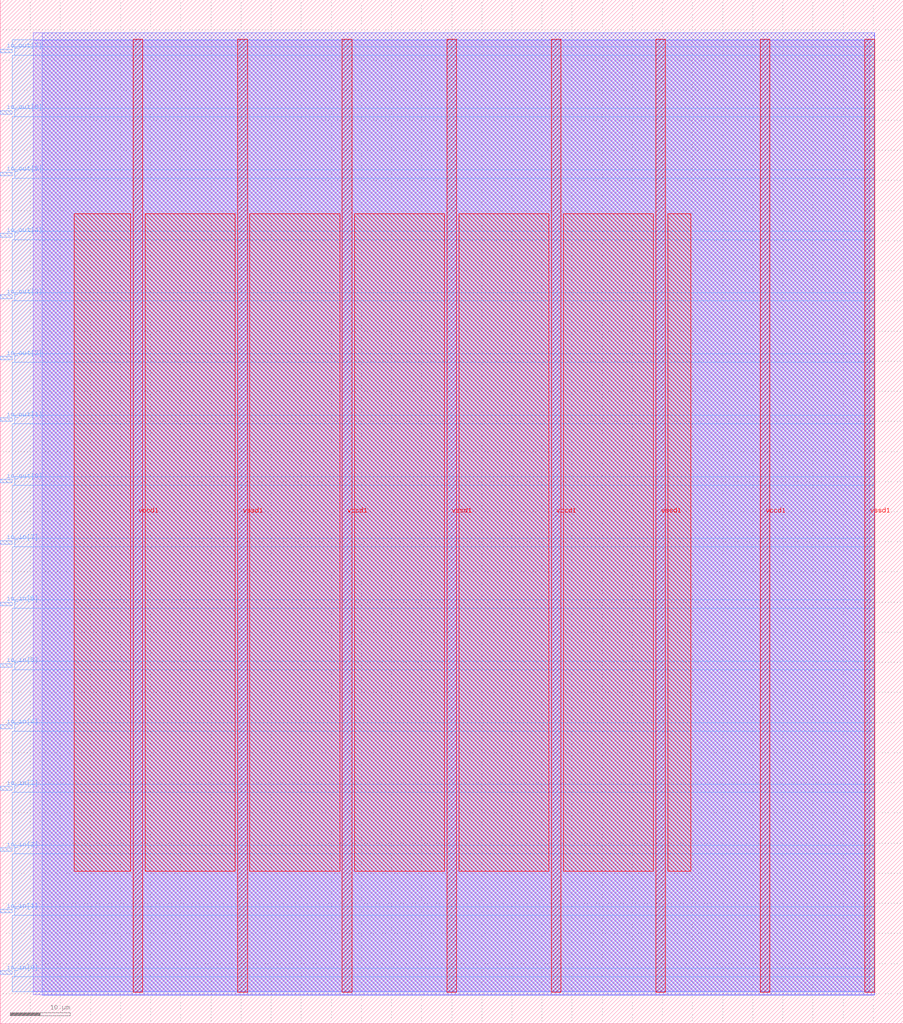
<source format=lef>
VERSION 5.7 ;
  NOWIREEXTENSIONATPIN ON ;
  DIVIDERCHAR "/" ;
  BUSBITCHARS "[]" ;
MACRO gbsha_top
  CLASS BLOCK ;
  FOREIGN gbsha_top ;
  ORIGIN 0.000 0.000 ;
  SIZE 150.000 BY 170.000 ;
  PIN io_in[0]
    DIRECTION INPUT ;
    USE SIGNAL ;
    PORT
      LAYER met3 ;
        RECT 0.000 8.200 2.000 8.800 ;
    END
  END io_in[0]
  PIN io_in[1]
    DIRECTION INPUT ;
    USE SIGNAL ;
    PORT
      LAYER met3 ;
        RECT 0.000 18.400 2.000 19.000 ;
    END
  END io_in[1]
  PIN io_in[2]
    DIRECTION INPUT ;
    USE SIGNAL ;
    PORT
      LAYER met3 ;
        RECT 0.000 28.600 2.000 29.200 ;
    END
  END io_in[2]
  PIN io_in[3]
    DIRECTION INPUT ;
    USE SIGNAL ;
    PORT
      LAYER met3 ;
        RECT 0.000 38.800 2.000 39.400 ;
    END
  END io_in[3]
  PIN io_in[4]
    DIRECTION INPUT ;
    USE SIGNAL ;
    PORT
      LAYER met3 ;
        RECT 0.000 49.000 2.000 49.600 ;
    END
  END io_in[4]
  PIN io_in[5]
    DIRECTION INPUT ;
    USE SIGNAL ;
    PORT
      LAYER met3 ;
        RECT 0.000 59.200 2.000 59.800 ;
    END
  END io_in[5]
  PIN io_in[6]
    DIRECTION INPUT ;
    USE SIGNAL ;
    PORT
      LAYER met3 ;
        RECT 0.000 69.400 2.000 70.000 ;
    END
  END io_in[6]
  PIN io_in[7]
    DIRECTION INPUT ;
    USE SIGNAL ;
    PORT
      LAYER met3 ;
        RECT 0.000 79.600 2.000 80.200 ;
    END
  END io_in[7]
  PIN io_out[0]
    DIRECTION OUTPUT TRISTATE ;
    USE SIGNAL ;
    PORT
      LAYER met3 ;
        RECT 0.000 89.800 2.000 90.400 ;
    END
  END io_out[0]
  PIN io_out[1]
    DIRECTION OUTPUT TRISTATE ;
    USE SIGNAL ;
    PORT
      LAYER met3 ;
        RECT 0.000 100.000 2.000 100.600 ;
    END
  END io_out[1]
  PIN io_out[2]
    DIRECTION OUTPUT TRISTATE ;
    USE SIGNAL ;
    PORT
      LAYER met3 ;
        RECT 0.000 110.200 2.000 110.800 ;
    END
  END io_out[2]
  PIN io_out[3]
    DIRECTION OUTPUT TRISTATE ;
    USE SIGNAL ;
    PORT
      LAYER met3 ;
        RECT 0.000 120.400 2.000 121.000 ;
    END
  END io_out[3]
  PIN io_out[4]
    DIRECTION OUTPUT TRISTATE ;
    USE SIGNAL ;
    PORT
      LAYER met3 ;
        RECT 0.000 130.600 2.000 131.200 ;
    END
  END io_out[4]
  PIN io_out[5]
    DIRECTION OUTPUT TRISTATE ;
    USE SIGNAL ;
    PORT
      LAYER met3 ;
        RECT 0.000 140.800 2.000 141.400 ;
    END
  END io_out[5]
  PIN io_out[6]
    DIRECTION OUTPUT TRISTATE ;
    USE SIGNAL ;
    PORT
      LAYER met3 ;
        RECT 0.000 151.000 2.000 151.600 ;
    END
  END io_out[6]
  PIN io_out[7]
    DIRECTION OUTPUT TRISTATE ;
    USE SIGNAL ;
    PORT
      LAYER met3 ;
        RECT 0.000 161.200 2.000 161.800 ;
    END
  END io_out[7]
  PIN vccd1
    DIRECTION INOUT ;
    USE POWER ;
    PORT
      LAYER met4 ;
        RECT 22.085 5.200 23.685 163.440 ;
    END
    PORT
      LAYER met4 ;
        RECT 56.815 5.200 58.415 163.440 ;
    END
    PORT
      LAYER met4 ;
        RECT 91.545 5.200 93.145 163.440 ;
    END
    PORT
      LAYER met4 ;
        RECT 126.275 5.200 127.875 163.440 ;
    END
  END vccd1
  PIN vssd1
    DIRECTION INOUT ;
    USE GROUND ;
    PORT
      LAYER met4 ;
        RECT 39.450 5.200 41.050 163.440 ;
    END
    PORT
      LAYER met4 ;
        RECT 74.180 5.200 75.780 163.440 ;
    END
    PORT
      LAYER met4 ;
        RECT 108.910 5.200 110.510 163.440 ;
    END
    PORT
      LAYER met4 ;
        RECT 143.640 5.200 145.240 163.440 ;
    END
  END vssd1
  OBS
      LAYER li1 ;
        RECT 5.520 5.355 144.440 163.285 ;
      LAYER met1 ;
        RECT 5.520 4.800 145.240 164.520 ;
      LAYER met2 ;
        RECT 7.000 4.770 145.210 164.550 ;
      LAYER met3 ;
        RECT 2.000 162.200 145.230 163.365 ;
        RECT 2.400 160.800 145.230 162.200 ;
        RECT 2.000 152.000 145.230 160.800 ;
        RECT 2.400 150.600 145.230 152.000 ;
        RECT 2.000 141.800 145.230 150.600 ;
        RECT 2.400 140.400 145.230 141.800 ;
        RECT 2.000 131.600 145.230 140.400 ;
        RECT 2.400 130.200 145.230 131.600 ;
        RECT 2.000 121.400 145.230 130.200 ;
        RECT 2.400 120.000 145.230 121.400 ;
        RECT 2.000 111.200 145.230 120.000 ;
        RECT 2.400 109.800 145.230 111.200 ;
        RECT 2.000 101.000 145.230 109.800 ;
        RECT 2.400 99.600 145.230 101.000 ;
        RECT 2.000 90.800 145.230 99.600 ;
        RECT 2.400 89.400 145.230 90.800 ;
        RECT 2.000 80.600 145.230 89.400 ;
        RECT 2.400 79.200 145.230 80.600 ;
        RECT 2.000 70.400 145.230 79.200 ;
        RECT 2.400 69.000 145.230 70.400 ;
        RECT 2.000 60.200 145.230 69.000 ;
        RECT 2.400 58.800 145.230 60.200 ;
        RECT 2.000 50.000 145.230 58.800 ;
        RECT 2.400 48.600 145.230 50.000 ;
        RECT 2.000 39.800 145.230 48.600 ;
        RECT 2.400 38.400 145.230 39.800 ;
        RECT 2.000 29.600 145.230 38.400 ;
        RECT 2.400 28.200 145.230 29.600 ;
        RECT 2.000 19.400 145.230 28.200 ;
        RECT 2.400 18.000 145.230 19.400 ;
        RECT 2.000 9.200 145.230 18.000 ;
        RECT 2.400 7.800 145.230 9.200 ;
        RECT 2.000 5.275 145.230 7.800 ;
      LAYER met4 ;
        RECT 12.255 25.335 21.685 134.465 ;
        RECT 24.085 25.335 39.050 134.465 ;
        RECT 41.450 25.335 56.415 134.465 ;
        RECT 58.815 25.335 73.780 134.465 ;
        RECT 76.180 25.335 91.145 134.465 ;
        RECT 93.545 25.335 108.510 134.465 ;
        RECT 110.910 25.335 114.705 134.465 ;
  END
END gbsha_top
END LIBRARY


</source>
